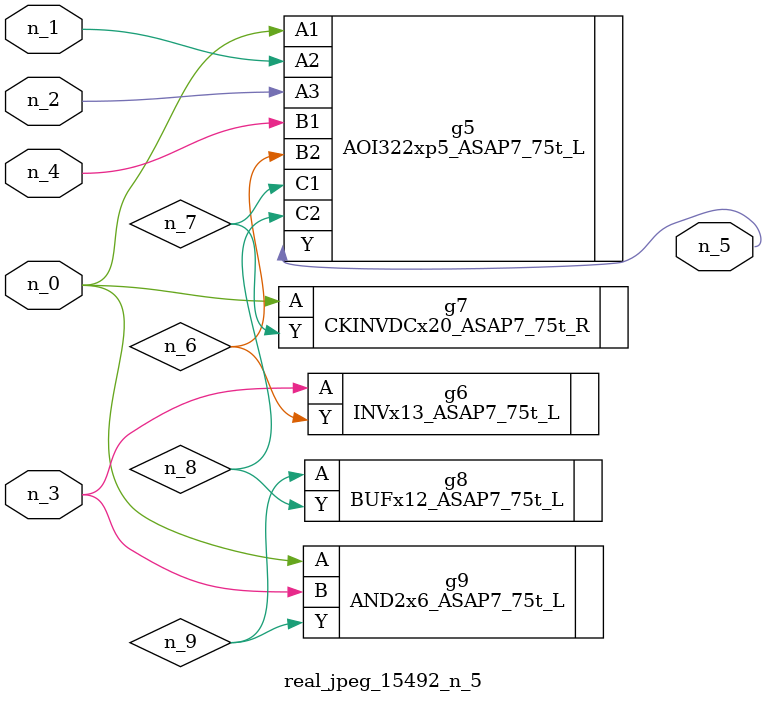
<source format=v>
module real_jpeg_15492_n_5 (n_4, n_0, n_1, n_2, n_3, n_5);

input n_4;
input n_0;
input n_1;
input n_2;
input n_3;

output n_5;

wire n_8;
wire n_6;
wire n_7;
wire n_9;

AOI322xp5_ASAP7_75t_L g5 ( 
.A1(n_0),
.A2(n_1),
.A3(n_2),
.B1(n_4),
.B2(n_6),
.C1(n_7),
.C2(n_8),
.Y(n_5)
);

CKINVDCx20_ASAP7_75t_R g7 ( 
.A(n_0),
.Y(n_7)
);

AND2x6_ASAP7_75t_L g9 ( 
.A(n_0),
.B(n_3),
.Y(n_9)
);

INVx13_ASAP7_75t_L g6 ( 
.A(n_3),
.Y(n_6)
);

BUFx12_ASAP7_75t_L g8 ( 
.A(n_9),
.Y(n_8)
);


endmodule
</source>
